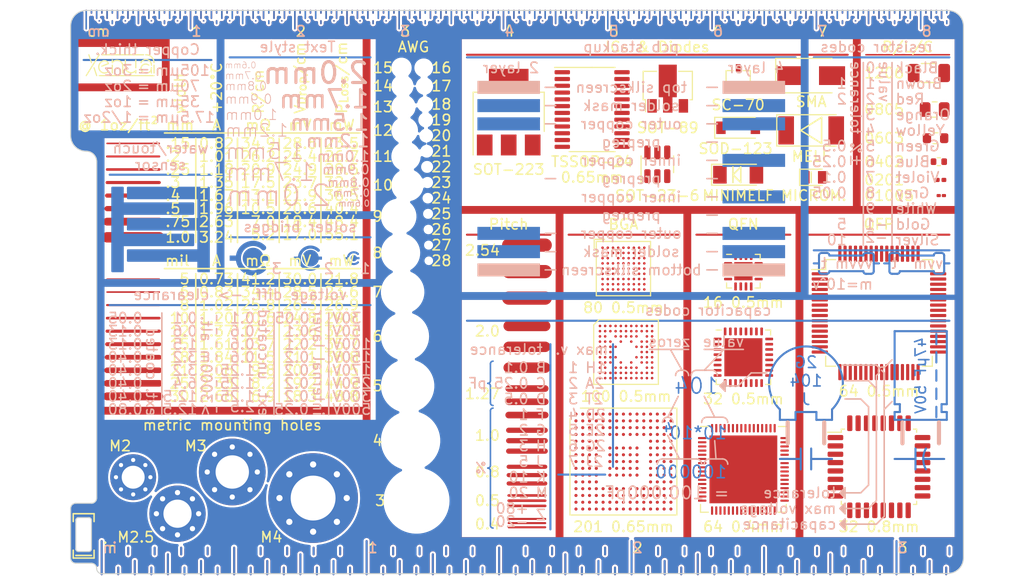
<source format=kicad_pcb>
(kicad_pcb (version 20211014) (generator pcbnew)

  (general
    (thickness 1.6)
  )

  (paper "A4")
  (layers
    (0 "F.Cu" signal)
    (31 "B.Cu" signal)
    (32 "B.Adhes" user "B.Adhesive")
    (33 "F.Adhes" user "F.Adhesive")
    (34 "B.Paste" user)
    (35 "F.Paste" user)
    (36 "B.SilkS" user "B.Silkscreen")
    (37 "F.SilkS" user "F.Silkscreen")
    (38 "B.Mask" user)
    (39 "F.Mask" user)
    (40 "Dwgs.User" user "User.Drawings")
    (41 "Cmts.User" user "User.Comments")
    (42 "Eco1.User" user "User.Eco1")
    (43 "Eco2.User" user "User.Eco2")
    (44 "Edge.Cuts" user)
    (45 "Margin" user)
    (46 "B.CrtYd" user "B.Courtyard")
    (47 "F.CrtYd" user "F.Courtyard")
    (48 "B.Fab" user)
    (49 "F.Fab" user)
    (50 "User.1" user)
    (51 "User.2" user)
    (52 "User.3" user)
    (53 "User.4" user)
    (54 "User.5" user)
    (55 "User.6" user)
    (56 "User.7" user)
    (57 "User.8" user)
    (58 "User.9" user)
  )

  (setup
    (stackup
      (layer "F.SilkS" (type "Top Silk Screen") (color "White"))
      (layer "F.Paste" (type "Top Solder Paste"))
      (layer "F.Mask" (type "Top Solder Mask") (color "Black") (thickness 0.01))
      (layer "F.Cu" (type "copper") (thickness 0.035))
      (layer "dielectric 1" (type "core") (thickness 1.51) (material "FR4") (epsilon_r 4.5) (loss_tangent 0.02))
      (layer "B.Cu" (type "copper") (thickness 0.035))
      (layer "B.Mask" (type "Bottom Solder Mask") (color "Black") (thickness 0.01))
      (layer "B.Paste" (type "Bottom Solder Paste"))
      (layer "B.SilkS" (type "Bottom Silk Screen") (color "White"))
      (copper_finish "ENEPIG")
      (dielectric_constraints no)
    )
    (pad_to_mask_clearance 0)
    (pcbplotparams
      (layerselection 0x00010fc_ffffffff)
      (disableapertmacros false)
      (usegerberextensions false)
      (usegerberattributes true)
      (usegerberadvancedattributes true)
      (creategerberjobfile true)
      (svguseinch false)
      (svgprecision 6)
      (excludeedgelayer true)
      (plotframeref false)
      (viasonmask false)
      (mode 1)
      (useauxorigin false)
      (hpglpennumber 1)
      (hpglpenspeed 20)
      (hpglpendiameter 15.000000)
      (dxfpolygonmode true)
      (dxfimperialunits true)
      (dxfusepcbnewfont true)
      (psnegative false)
      (psa4output false)
      (plotreference true)
      (plotvalue true)
      (plotinvisibletext false)
      (sketchpadsonfab false)
      (subtractmaskfromsilk false)
      (outputformat 1)
      (mirror false)
      (drillshape 1)
      (scaleselection 1)
      (outputdirectory "")
    )
  )

  (net 0 "")

  (footprint "awg-holes:8" (layer "F.Cu") (at 121 115.25 90))

  (footprint "awg-holes:15" (layer "F.Cu") (at 122 97.5 90))

  (footprint "Resistor_SMD:R_01005_0402Metric" (layer "F.Cu") (at 174.475 109.75))

  (footprint "Package_TO_SOT_SMD:SOT-23-6" (layer "F.Cu") (at 147.25 106.75 90))

  (footprint "Package_DFN_QFN:QFN-64-1EP_8x8mm_P0.4mm_EP6.5x6.5mm" (layer "F.Cu") (at 155.5 136))

  (footprint "awg-holes:18" (layer "F.Cu") (at 125.5 101 -90))

  (footprint "MountingHole:MountingHole_3.2mm_M3_Pad_Via" (layer "F.Cu") (at 106.5 136.25))

  (footprint "Package_SO:TSSOP-24_4.4x7.8mm_P0.65mm" (layer "F.Cu") (at 141 101.5))

  (footprint "MountingHole:MountingHole_2.7mm_M2.5_Pad_Via" (layer "F.Cu") (at 101.25 140.25))

  (footprint "awg-holes:24" (layer "F.Cu") (at 125.5 110 -90))

  (footprint "awg-holes:9" (layer "F.Cu") (at 121 111.75 90))

  (footprint "awg-holes:6" (layer "F.Cu") (at 121 123.25 90))

  (footprint "Diode_SMD:D_MiniMELF" (layer "F.Cu") (at 155 107.75))

  (footprint "awg-holes:5" (layer "F.Cu") (at 121 128 90))

  (footprint "Package_TO_SOT_SMD:SOT-323_SC-70" (layer "F.Cu") (at 155 98.5 90))

  (footprint "awg-holes:12" (layer "F.Cu") (at 122 103.5 90))

  (footprint "awg-holes:4" (layer "F.Cu") (at 121 133.25 90))

  (footprint "awg-holes:23" (layer "F.Cu") (at 125.5 108.5 -90))

  (footprint "awg-holes:28" (layer "F.Cu") (at 125.5 116 -90))

  (footprint "Package_DFN_QFN:QFN-32-1EP_5x5mm_P0.5mm_EP3.65x3.65mm" (layer "F.Cu") (at 155.5 125.25))

  (footprint "Package_TO_SOT_SMD:SOT-223" (layer "F.Cu") (at 133 101.75 90))

  (footprint "Diode_SMD:D_MELF" (layer "F.Cu") (at 162 103.5))

  (footprint "awg-holes:16" (layer "F.Cu") (at 125.5 97.5 -90))

  (footprint "xenua:sig" (layer "F.Cu") (at 92.5 98.25))

  (footprint "Resistor_SMD:R_0603_1608Metric" (layer "F.Cu") (at 173.925 104.25))

  (footprint "awg-holes:27" (layer "F.Cu") (at 125.5 114.5 -90))

  (footprint "awg-holes:25" (layer "F.Cu") (at 125.5 111.5 -90))

  (footprint "awg-holes:20" (layer "F.Cu") (at 125.5 104 -90))

  (footprint "Package_QFP:LQFP-32_7x7mm_P0.8mm" (layer "F.Cu") (at 168.5 135.75))

  (footprint "Resistor_SMD:R_0402_1005Metric" (layer "F.Cu") (at 174.24 106.5))

  (footprint "Resistor_SMD:R_1206_3216Metric" (layer "F.Cu") (at 173.2875 98))

  (footprint "MountingHole:MountingHole_2.2mm_M2_Pad_Via" (layer "F.Cu") (at 97 136.75))

  (footprint "awg-holes:10" (layer "F.Cu") (at 122 108.75 90))

  (footprint "Package_BGA:UFBGA-201_10x10mm_Layout15x15_P0.65mm" (layer "F.Cu") (at 144 135.25))

  (footprint "Diode_SMD:D_MicroMELF" (layer "F.Cu") (at 162.25 108))

  (footprint "awg-holes:3" (layer "F.Cu") (at 121.25 139 90))

  (footprint "awg-holes:13" (layer "F.Cu") (at 122 101.25 90))

  (footprint "MountingHole:MountingHole_4.3mm_M4_Pad_Via" (layer "F.Cu") (at 114.25 138.75))

  (footprint "Package_QFP:LQFP-64_10x10mm_P0.5mm" (layer "F.Cu") (at 168.5 121))

  (footprint "awg-holes:26" (layer "F.Cu") (at 125.5 113 -90))

  (footprint "Package_BGA:BGA-100_6.0x6.0mm_Layout11x11_P0.5mm_Ball0.3mm_Pad0.25mm_NSMD" (layer "F.Cu") (at 144.25 124.75))

  (footprint "awg-holes:11" (layer "F.Cu") (at 122 106 90))

  (footprint "Diode_SMD:D_SMA" (layer "F.Cu") (at 162 98.25))

  (footprint "Package_BGA:Texas_MicroStar_Junior_BGA-80_5.0x5.0mm_Layout9x9_P0.5mm" (layer "F.Cu") (at 144 116.75))

  (footprint "Resistor_SMD:R_0201_0603Metric" (layer "F.Cu") (at 174.405 108.25))

  (footprint "awg-holes:14" (layer "F.Cu") (at 122 99.25 90))

  (footprint "Package_TO_SOT_SMD:SOT-89-3" (layer "F.Cu") (at 148.25 99.5 90))

  (footprint "Package_DFN_QFN:QFN-16-1EP_3x3mm_P0.5mm_EP1.75x1.75mm" (layer "F.Cu") (at 155.5 117))

  (footprint "awg-holes:17" (layer "F.Cu") (at 125.5 99.25 -90))

  (footprint "Resistor_SMD:R_0805_20
... [834893 chars truncated]
</source>
